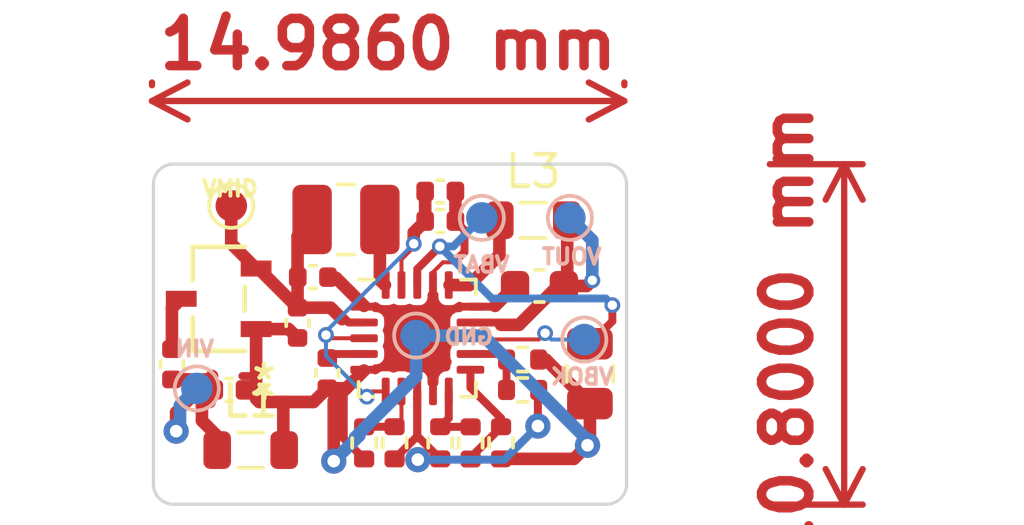
<source format=kicad_pcb>
(kicad_pcb (version 20240108) (generator "pcbnew") (generator_version "8.0")
  (layers (0 "F.Cu" signal) (31 "B.Cu" signal) (34 "B.Paste" user) (35 "F.Paste" user) (36 "B.SilkS" user "B.Silkscreen") (37 "F.SilkS" user "F.Silkscreen") (38 "B.Mask" user) (39 "F.Mask" user) (44 "Edge.Cuts" user))
  (net 0 "")
  (net 1 "GND")
  (net 2 "VSTOR")
  (net 3 "VIN")
  (net 4 "Net-(C3-Pad2)")
  (net 5 "VBAT")
  (net 6 "VMID")
  (net 7 "VOUT")
  (net 8 "Net-(U1-VREF_SAMP)")
  (net 9 "VBAT_OK")
  (net 10 "Net-(U1-LBOOST)")
  (net 11 "Net-(U1-LBUCK)")
  (net 12 "Net-(U1-VRDIV)")
  (net 13 "Net-(U1-OK_HYST)")
  (net 14 "Net-(U1-VBAT_OV)")
  (net 15 "Net-(U1-VOUT_SET)")
  (net 16 "Net-(U1-OK_PROG)")
  (footprint "Resistor_SMD:R_0402_1005Metric" (layer "F.Cu") (at 144.9578 80.6684 -90)
    (property "Reference" "R7" (hide yes))
    (property "Value" "4.3MΩ")
    (fp_line (start -0.153641 0.38) (end 0.153641 0.38) (stroke (width 0.12)) (layer "F.SilkS"))
    (fp_line (start -0.153641 -0.38) (end 0.153641 -0.38) (stroke (width 0.12)) (layer "F.SilkS"))
    (pad "1" smd roundrect (at -0.51 0 270) (size 0.54 0.64) (layers "F.Cu" "F.Paste" "F.Mask") (net 16 "Net-(U1-OK_PROG)"))
    (pad "2" smd roundrect (at 0.51 0 270) (size 0.54 0.64) (layers "F.Cu" "F.Paste" "F.Mask") (net 1 "GND"))
  )
  (footprint "Capacitor_SMD:C_0402_1005Metric" (layer "F.Cu") (at 143.03 73.6346 180)
    (property "Reference" "C1" (hide yes))
    (property "Value" "4.7uF")
    (fp_line (start -0.107836 0.36) (end 0.107836 0.36) (stroke (width 0.12)) (layer "F.SilkS"))
    (fp_line (start -0.107836 -0.36) (end 0.107836 -0.36) (stroke (width 0.12)) (layer "F.SilkS"))
    (pad "1" smd roundrect (at -0.48 0 180) (size 0.56 0.62) (layers "F.Cu" "F.Paste" "F.Mask") (net 1 "GND"))
    (pad "2" smd roundrect (at 0.48 0 180) (size 0.56 0.62) (layers "F.Cu" "F.Paste" "F.Mask") (net 2 "VSTOR"))
  )
  (footprint "Capacitor_SMD:C_0402_1005Metric" (layer "F.Cu") (at 138.9888 75.4126)
    (property "Reference" "C6" (hide yes))
    (property "Value" "4.7uF")
    (fp_line (start -0.107836 -0.36) (end 0.107836 -0.36) (stroke (width 0.12)) (layer "F.SilkS"))
    (fp_line (start -0.107836 0.36) (end 0.107836 0.36) (stroke (width 0.12)) (layer "F.SilkS"))
    (pad "1" smd roundrect (at -0.48 0) (size 0.56 0.62) (layers "F.Cu" "F.Paste" "F.Mask") (net 6 "VMID"))
    (pad "2" smd roundrect (at 0.48 0) (size 0.56 0.62) (layers "F.Cu" "F.Paste" "F.Mask") (net 1 "GND"))
  )
  (footprint "Capacitor_SMD:C_0402_1005Metric" (layer "F.Cu") (at 136.34 78.99 180)
    (property "Reference" "C9" (hide yes))
    (property "Value" "5pF")
    (fp_line (start -0.107836 0.36) (end 0.107836 0.36) (stroke (width 0.12)) (layer "F.SilkS"))
    (fp_line (start -0.107836 -0.36) (end 0.107836 -0.36) (stroke (width 0.12)) (layer "F.SilkS"))
    (pad "1" smd roundrect (at -0.48 0 180) (size 0.56 0.62) (layers "F.Cu" "F.Paste" "F.Mask") (net 1 "GND"))
    (pad "2" smd roundrect (at 0.48 0 180) (size 0.56 0.62) (layers "F.Cu" "F.Paste" "F.Mask") (net 3 "VIN"))
  )
  (footprint "Capacitor_SMD:C_0805_2012Metric" (layer "F.Cu") (at 147.7772 78.4758 -90)
    (property "Reference" "C4" (hide yes))
    (property "Value" "100uF")
    (fp_line (start -0.261252 0.735) (end 0.261252 0.735) (stroke (width 0.12)) (layer "F.SilkS"))
    (fp_line (start -0.261252 -0.735) (end 0.261252 -0.735) (stroke (width 0.12)) (layer "F.SilkS"))
    (pad "1" smd roundrect (at -0.95 0 270) (size 1 1.45) (layers "F.Cu" "F.Paste" "F.Mask") (net 5 "VBAT"))
    (pad "2" smd roundrect (at 0.95 0 270) (size 1 1.45) (layers "F.Cu" "F.Paste" "F.Mask") (net 1 "GND"))
  )
  (footprint "Inductor_SMD:L_0805_2012Metric" (layer "F.Cu") (at 145.982 73.6092)
    (property "Reference" "L3" (at 0 -1.55 0) (layer "F.SilkS"))
    (property "Value" "10uH")
    (fp_line (start -0.399622 -0.56) (end 0.399622 -0.56) (stroke (width 0.12)) (layer "F.SilkS"))
    (fp_line (start -0.399622 0.56) (end 0.399622 0.56) (stroke (width 0.12)) (layer "F.SilkS"))
    (pad "1" smd roundrect (at -1.0625 0) (size 0.875 1.2) (layers "F.Cu" "F.Paste" "F.Mask") (net 11 "Net-(U1-LBUCK)"))
    (pad "2" smd roundrect (at 1.0625 0) (size 0.875 1.2) (layers "F.Cu" "F.Paste" "F.Mask") (net 7 "VOUT"))
  )
  (footprint "Resistor_SMD:R_0402_1005Metric" (layer "F.Cu") (at 143.9926 80.6724 -90)
    (property "Reference" "R6" (hide yes))
    (property "Value" "6.8MΩ")
    (fp_line (start -0.153641 0.38) (end 0.153641 0.38) (stroke (width 0.12)) (layer "F.SilkS"))
    (fp_line (start -0.153641 -0.38) (end 0.153641 -0.38) (stroke (width 0.12)) (layer "F.SilkS"))
    (pad "1" smd roundrect (at -0.51 0 270) (size 0.54 0.64) (layers "F.Cu" "F.Paste" "F.Mask") (net 13 "Net-(U1-OK_HYST)"))
    (pad "2" smd roundrect (at 0.51 0 270) (size 0.54 0.64) (layers "F.Cu" "F.Paste" "F.Mask") (net 16 "Net-(U1-OK_PROG)"))
  )
  (footprint "Resistor_SMD:R_0402_1005Metric" (layer "F.Cu") (at 145.6416 78.0268)
    (property "Reference" "R5" (hide yes))
    (property "Value" "4.3MΩ")
    (fp_line (start -0.153641 -0.38) (end 0.153641 -0.38) (stroke (width 0.12)) (layer "F.SilkS"))
    (fp_line (start -0.153641 0.38) (end 0.153641 0.38) (stroke (width 0.12)) (layer "F.SilkS"))
    (pad "1" smd roundrect (at -0.51 0) (size 0.54 0.64) (layers "F.Cu" "F.Paste" "F.Mask") (net 15 "Net-(U1-VOUT_SET)"))
    (pad "2" smd roundrect (at 0.51 0) (size 0.54 0.64) (layers "F.Cu" "F.Paste" "F.Mask") (net 1 "GND"))
  )
  (footprint "Capacitor_SMD:C_0603_1608Metric" (layer "F.Cu") (at 146.177 75.692 180)
    (property "Reference" "C7" (hide yes))
    (property "Value" "22uF")
    (fp_line (start -0.14058 0.51) (end 0.14058 0.51) (stroke (width 0.12)) (layer "F.SilkS"))
    (fp_line (start -0.14058 -0.51) (end 0.14058 -0.51) (stroke (width 0.12)) (layer "F.SilkS"))
    (pad "1" smd roundrect (at -0.775 0 180) (size 0.9 0.95) (layers "F.Cu" "F.Paste" "F.Mask") (net 7 "VOUT"))
    (pad "2" smd roundrect (at 0.775 0 180) (size 0.9 0.95) (layers "F.Cu" "F.Paste" "F.Mask") (net 1 "GND"))
  )
  (footprint "Capacitor_SMD:C_0402_1005Metric" (layer "F.Cu") (at 134.5158 78.1782 90)
    (property "Reference" "C3" (hide yes))
    (property "Value" "10nF")
    (fp_line (start -0.107836 -0.36) (end 0.107836 -0.36) (stroke (width 0.12)) (layer "F.SilkS"))
    (fp_line (start -0.107836 0.36) (end 0.107836 0.36) (stroke (width 0.12)) (layer "F.SilkS"))
    (pad "1" smd roundrect (at -0.48 0 90) (size 0.56 0.62) (layers "F.Cu" "F.Paste" "F.Mask") (net 3 "VIN"))
    (pad "2" smd roundrect (at 0.48 0 90) (size 0.56 0.62) (layers "F.Cu" "F.Paste" "F.Mask") (net 4 "Net-(C3-Pad2)"))
  )
  (footprint "Inductor_SMD:L_0805_2012Metric" (layer "F.Cu") (at 137.015 80.9)
    (property "Reference" "L1" (at 0 -1.55 0) (layer "F.SilkS"))
    (property "Value" "1.8uH")
    (fp_line (start -0.399622 -0.56) (end 0.399622 -0.56) (stroke (width 0.12)) (layer "F.SilkS"))
    (fp_line (start -0.399622 0.56) (end 0.399622 0.56) (stroke (width 0.12)) (layer "F.SilkS"))
    (pad "1" smd roundrect (at -1.0625 0) (size 0.875 1.2) (layers "F.Cu" "F.Paste" "F.Mask") (net 3 "VIN"))
    (pad "2" smd roundrect (at 1.0625 0) (size 0.875 1.2) (layers "F.Cu" "F.Paste" "F.Mask") (net 1 "GND"))
  )
  (footprint "Package_DFN_QFN:QFN-20-1EP_3.5x3.5mm_P0.5mm_EP2x2mm" (layer "F.Cu") (at 142.2988 77.351)
    (property "Reference" "U1" (hide yes))
    (property "Value" "BQ25570")
    (fp_line (start -1.86 1.86) (end -1.86 1.385) (stroke (width 0.12)) (layer "F.SilkS"))
    (fp_line (start -1.385 -1.86) (end -1.86 -1.86) (stroke (width 0.12)) (layer "F.SilkS"))
    (fp_line (start -1.385 1.86) (end -1.86 1.86) (stroke (width 0.12)) (layer "F.SilkS"))
    (fp_line (start 1.385 -1.86) (end 1.86 -1.86) (stroke (width 0.12)) (layer "F.SilkS"))
    (fp_line (start 1.385 1.86) (end 1.86 1.86) (stroke (width 0.12)) (layer "F.SilkS"))
    (fp_line (start 1.86 -1.86) (end 1.86 -1.385) (stroke (width 0.12)) (layer "F.SilkS"))
    (fp_line (start 1.86 1.86) (end 1.86 1.385) (stroke (width 0.12)) (layer "F.SilkS"))
    (pad "1" smd roundrect (at -1.6875 -1) (size 0.875 0.25) (layers "F.Cu" "F.Paste" "F.Mask") (net 1 "GND"))
    (pad "2" smd roundrect (at -1.6875 -0.5) (size 0.875 0.25) (layers "F.Cu" "F.Paste" "F.Mask") (net 6 "VMID"))
    (pad "3" smd roundrect (at -1.6875 0) (size 0.875 0.25) (layers "F.Cu" "F.Paste" "F.Mask") (net 2 "VSTOR"))
    (pad "4" smd roundrect (at -1.6875 0.5) (size 0.875 0.25) (layers "F.Cu" "F.Paste" "F.Mask") (net 8 "Net-(U1-VREF_SAMP)"))
    (pad "5" smd roundrect (at -1.6875 1) (size 0.875 0.25) (layers "F.Cu" "F.Paste" "F.Mask") (net 1 "GND"))
    (pad "6" smd roundrect (at -1 1.6875) (size 0.25 0.875) (layers "F.Cu" "F.Paste" "F.Mask") (net 2 "VSTOR"))
    (pad "7" smd roundrect (at -0.5 1.6875) (size 0.25 0.875) (layers "F.Cu" "F.Paste" "F.Mask") (net 14 "Net-(U1-VBAT_OV)"))
    (pad "8" smd roundrect (at 0 1.6875) (size 0.25 0.875) (layers "F.Cu" "F.Paste" "F.Mask") (net 12 "Net-(U1-VRDIV)"))
    (pad "9" smd roundrect (at 0.5 1.6875) (size 0.25 0.875) (layers "F.Cu" "F.Paste" "F.Mask") (net 1 "GND"))
    (pad "10" smd roundrect (at 1 1.6875) (size 0.25 0.875) (layers "F.Cu" "F.Paste" "F.Mask") (net 13 "Net-(U1-OK_HYST)"))
    (pad "11" smd roundrect (at 1.6875 1) (size 0.875 0.25) (layers "F.Cu" "F.Paste" "F.Mask") (net 16 "Net-(U1-OK_PROG)"))
    (pad "12" smd roundrect (at 1.6875 0.5) (size 0.875 0.25) (layers "F.Cu" "F.Paste" "F.Mask") (net 15 "Net-(U1-VOUT_SET)"))
    (pad "13" smd roundrect (at 1.6875 0) (size 0.875 0.25) (layers "F.Cu" "F.Paste" "F.Mask") (net 9 "VBAT_OK"))
    (pad "14" smd roundrect (at 1.6875 -0.5) (size 0.875 0.25) (layers "F.Cu" "F.Paste" "F.Mask") (net 7 "VOUT"))
    (pad "15" smd roundrect (at 1.6875 -1) (size 0.875 0.25) (layers "F.Cu" "F.Paste" "F.Mask") (net 1 "GND"))
    (pad "16" smd roundrect (at 1 -1.6875) (size 0.25 0.875) (layers "F.Cu" "F.Paste" "F.Mask") (net 11 "Net-(U1-LBUCK)"))
    (pad "17" smd roundrect (at 0.5 -1.6875) (size 0.25 0.875) (layers "F.Cu" "F.Paste" "F.Mask") (net 1 "GND"))
    (pad "18" smd roundrect (at 0 -1.6875) (size 0.25 0.875) (layers "F.Cu" "F.Paste" "F.Mask") (net 5 "VBAT"))
    (pad "19" smd roundrect (at -0.5 -1.6875) (size 0.25 0.875) (layers "F.Cu" "F.Paste" "F.Mask") (net 2 "VSTOR"))
    (pad "20" smd roundrect (at -1 -1.6875) (size 0.25 0.875) (layers "F.Cu" "F.Paste" "F.Mask") (net 10 "Net-(U1-LBOOST)"))
    (pad "21" smd rect (at 0 0) (size 2 2) (layers "F.Cu" "F.Mask") (net 1 "GND"))
  )
  (footprint "SMS7621-005LF:SOT-23_SKY" (layer "F.Cu") (at 136 76.1 180)
    (property "Reference" "CR1" (hide yes))
    (property "Value" "SMS7630-005LF")
    (fp_line (start 0.8255 1.651) (end 0.8255 0.58674) (stroke (width 0.1524)) (layer "F.SilkS"))
    (fp_line (start 0.8255 -0.58674) (end 0.8255 -1.651) (stroke (width 0.1524)) (layer "F.SilkS"))
    (fp_line (start 0.8255 -1.651) (end -0.8255 -1.651) (stroke (width 0.1524)) (layer "F.SilkS"))
    (fp_line (start -0.8255 1.651) (end 0.8255 1.651) (stroke (width 0.1524)) (layer "F.SilkS"))
    (fp_line (start -0.8255 -0.373261) (end -0.8255 0.373261) (stroke (width 0.1524)) (layer "F.SilkS"))
    (fp_text user "*" (at -1.44145 -2.611 180) (layer "F.SilkS"))
    (fp_text user "*" (at -1.44145 -2.611 0) (layer "F.SilkS"))
    (pad "1" smd rect (at -1.18745 -0.960001 180) (size 0.9779 0.508) (layers "F.Cu" "F.Paste" "F.Mask") (net 1 "GND"))
    (pad "2" smd rect (at -1.18745 0.960001 180) (size 0.9779 0.508) (layers "F.Cu" "F.Paste" "F.Mask") (net 6 "VMID"))
    (pad "3" smd rect (at 1.18745 0 180) (size 0.9779 0.508) (layers "F.Cu" "F.Paste" "F.Mask") (net 4 "Net-(C3-Pad2)"))
  )
  (footprint "Resistor_SMD:R_0402_1005Metric" (layer "F.Cu") (at 141.5796 80.6684 90)
    (property "Reference" "R2" (hide yes))
    (property "Value" "7.5MΩ")
    (fp_line (start -0.153641 -0.38) (end 0.153641 -0.38) (stroke (width 0.12)) (layer "F.SilkS"))
    (fp_line (start -0.153641 0.38) (end 0.153641 0.38) (stroke (width 0.12)) (layer "F.SilkS"))
    (pad "1" smd roundrect (at -0.51 0 90) (size 0.54 0.64) (layers "F.Cu" "F.Paste" "F.Mask") (net 12 "Net-(U1-VRDIV)"))
    (pad "2" smd roundrect (at 0.51 0 90) (size 0.54 0.64) (layers "F.Cu" "F.Paste" "F.Mask") (net 14 "Net-(U1-VBAT_OV)"))
  )
  (footprint "Capacitor_SMD:C_0402_1005Metric" (layer "F.Cu") (at 143.03 72.6948 180)
    (property "Reference" "C2" (hide yes))
    (property "Value" "10nF")
    (fp_line (start -0.107836 0.36) (end 0.107836 0.36) (stroke (width 0.12)) (layer "F.SilkS"))
    (fp_line (start -0.107836 -0.36) (end 0.107836 -0.36) (stroke (width 0.12)) (layer "F.SilkS"))
    (pad "1" smd roundrect (at -0.48 0 180) (size 0.56 0.62) (layers "F.Cu" "F.Paste" "F.Mask") (net 1 "GND"))
    (pad "2" smd roundrect (at 0.48 0 180) (size 0.56 0.62) (layers "F.Cu" "F.Paste" "F.Mask") (net 2 "VSTOR"))
  )
  (footprint "Resistor_SMD:R_0402_1005Metric" (layer "F.Cu") (at 143.0274 80.6684 90)
    (property "Reference" "R1" (hide yes))
    (property "Value" "1MΩ")
    (fp_line (start -0.153641 -0.38) (end 0.153641 -0.38) (stroke (width 0.12)) (layer "F.SilkS"))
    (fp_line (start -0.153641 0.38) (end 0.153641 0.38) (stroke (width 0.12)) (layer "F.SilkS"))
    (pad "1" smd roundrect (at -0.51 0 90) (size 0.54 0.64) (layers "F.Cu" "F.Paste" "F.Mask") (net 12 "Net-(U1-VRDIV)"))
    (pad "2" smd roundrect (at 0.51 0 90) (size 0.54 0.64) (layers "F.Cu" "F.Paste" "F.Mask") (net 13 "Net-(U1-OK_HYST)"))
  )
  (footprint "Inductor_SMD:L_1008_2520Metric" (layer "F.Cu") (at 140.0384 73.5838 180)
    (property "Reference" "L2" (hide yes))
    (property "Value" "22uH")
    (fp_line (start -0.261252 1.11) (end 0.261252 1.11) (stroke (width 0.12)) (layer "F.SilkS"))
    (fp_line (start -0.261252 -1.11) (end 0.261252 -1.11) (stroke (width 0.12)) (layer "F.SilkS"))
    (pad "1" smd roundrect (at -1.075 0 180) (size 1.25 2.2) (layers "F.Cu" "F.Paste" "F.Mask") (roundrect_rratio 0.2) (net 10 "Net-(U1-LBOOST)"))
    (pad "2" smd roundrect (at 1.075 0 180) (size 1.25 2.2) (layers "F.Cu" "F.Paste" "F.Mask") (roundrect_rratio 0.2) (net 6 "VMID"))
  )
  (footprint "Capacitor_SMD:C_0402_1005Metric" (layer "F.Cu") (at 138.5018 76.8616 90)
    (property "Reference" "C5" (hide yes))
    (property "Value" "10nF")
    (fp_line (start -0.107836 -0.36) (end 0.107836 -0.36) (stroke (width 0.12)) (layer "F.SilkS"))
    (fp_line (start -0.107836 0.36) (end 0.107836 0.36) (stroke (width 0.12)) (layer "F.SilkS"))
    (pad "1" smd roundrect (at -0.48 0 90) (size 0.56 0.62) (layers "F.Cu" "F.Paste" "F.Mask") (net 1 "GND"))
    (pad "2" smd roundrect (at 0.48 0 90) (size 0.56 0.62) (layers "F.Cu" "F.Paste" "F.Mask") (net 6 "VMID"))
  )
  (footprint "TestPoint:TestPoint_Pad_D1.0mm" (layer "F.Cu") (at 136.4 73.15)
    (property "Reference" "J3" (hide yes))
    (property "Value" "Conn_01x01_Pin")
    (fp_circle (center 0 0) (end 0 0.7) (stroke (width 0.12)) (fill none) (layer "F.SilkS"))
    (pad "1" smd circle (at 0 0) (size 1 1) (layers "F.Cu" "F.Mask") (net 6 "VMID"))
  )
  (footprint "Resistor_SMD:R_0402_1005Metric" (layer "F.Cu") (at 140.6144 80.6704 -90)
    (property "Reference" "R4" (hide yes))
    (property "Value" "4.3MΩ")
    (fp_line (start -0.153641 0.38) (end 0.153641 0.38) (stroke (width 0.12)) (layer "F.SilkS"))
    (fp_line (start -0.153641 -0.38) (end 0.153641 -0.38) (stroke (width 0.12)) (layer "F.SilkS"))
    (pad "1" smd roundrect (at -0.51 0 270) (size 0.54 0.64) (layers "F.Cu" "F.Paste" "F.Mask") (net 14 "Net-(U1-VBAT_OV)"))
    (pad "2" smd roundrect (at 0.51 0 270) (size 0.54 0.64) (layers "F.Cu" "F.Paste" "F.Mask") (net 1 "GND"))
  )
  (footprint "Capacitor_SMD:C_0402_1005Metric" (layer "F.Cu") (at 139.446 78.458 -90)
    (property "Reference" "C8" (hide yes))
    (property "Value" "10nF")
    (fp_line (start -0.107836 0.36) (end 0.107836 0.36) (stroke (width 0.12)) (layer "F.SilkS"))
    (fp_line (start -0.107836 -0.36) (end 0.107836 -0.36) (stroke (width 0.12)) (layer "F.SilkS"))
    (pad "1" smd roundrect (at -0.48 0 270) (size 0.56 0.62) (layers "F.Cu" "F.Paste" "F.Mask") (net 8 "Net-(U1-VREF_SAMP)"))
    (pad "2" smd roundrect (at 0.48 0 270) (size 0.56 0.62) (layers "F.Cu" "F.Paste" "F.Mask") (net 1 "GND"))
  )
  (footprint "Resistor_SMD:R_0402_1005Metric" (layer "F.Cu") (at 145.6416 78.992 180)
    (property "Reference" "R3" (hide yes))
    (property "Value" "6.8MΩ")
    (fp_line (start -0.153641 0.38) (end 0.153641 0.38) (stroke (width 0.12)) (layer "F.SilkS"))
    (fp_line (start -0.153641 -0.38) (end 0.153641 -0.38) (stroke (width 0.12)) (layer "F.SilkS"))
    (pad "1" smd roundrect (at -0.51 0 180) (size 0.54 0.64) (layers "F.Cu" "F.Paste" "F.Mask") (net 12 "Net-(U1-VRDIV)"))
    (pad "2" smd roundrect (at 0.51 0 180) (size 0.54 0.64) (layers "F.Cu" "F.Paste" "F.Mask") (net 15 "Net-(U1-VOUT_SET)"))
  )
  (footprint "TestPoint:TestPoint_Pad_D1.0mm" (layer "B.Cu") (at 147.5994 77.3938 180)
    (property "Reference" "J5" (hide yes))
    (property "Value" "Conn_01x01_Pin")
    (fp_circle (center 0 0) (end 0 -0.7) (stroke (width 0.12)) (fill none) (layer "B.SilkS"))
    (pad "1" smd circle (at 0 0 180) (size 1 1) (layers "B.Cu" "B.Mask") (net 9 "VBAT_OK"))
  )
  (footprint "TestPoint:TestPoint_Pad_D1.0mm" (layer "B.Cu") (at 147.1422 73.533 180)
    (property "Reference" "J4" (hide yes))
    (property "Value" "Conn_01x01_Pin")
    (fp_circle (center 0 0) (end 0 -0.7) (stroke (width 0.12)) (fill none) (layer "B.SilkS"))
    (pad "1" smd circle (at 0 0 180) (size 1 1) (layers "B.Cu" "B.Mask") (net 7 "VOUT"))
  )
  (footprint "TestPoint:TestPoint_Pad_D1.0mm" (layer "B.Cu") (at 135.3058 78.9432 180)
    (property "Reference" "J2" (hide yes))
    (property "Value" "Conn_01x01_Pin")
    (fp_circle (center 0 0) (end 0 -0.7) (stroke (width 0.12)) (fill none) (layer "B.SilkS"))
    (pad "1" smd circle (at 0 0 180) (size 1 1) (layers "B.Cu" "B.Mask") (net 3 "VIN"))
  )
  (footprint "TestPoint:TestPoint_Pad_D1.0mm" (layer "B.Cu") (at 144.3482 73.533 180)
    (property "Reference" "J1" (hide yes))
    (property "Value" "Conn_01x01_Pin")
    (fp_circle (center 0 0) (end 0 -0.7) (stroke (width 0.12)) (fill none) (layer "B.SilkS"))
    (pad "1" smd circle (at 0 0 180) (size 1 1) (layers "B.Cu" "B.Mask") (net 5 "VBAT"))
  )
  (footprint "TestPoint:TestPoint_Pad_D1.0mm" (layer "B.Cu") (at 142.2654 77.2668 180)
    (property "Reference" "H1" (hide yes))
    (property "Value" "MountingHole_Pad")
    (fp_circle (center 0 0) (end 0 -0.7) (stroke (width 0.12)) (fill none) (layer "B.SilkS"))
    (pad "1" smd circle (at 0 0 180) (size 1 1) (layers "B.Cu" "B.Mask") (net 1 "GND"))
  )
  (gr_line (start 148.94 72.462) (end 148.94 81.978) (stroke (width 0.1)) (layer "Edge.Cuts"))
  (gr_line (start 148.305 71.827) (end 134.5636 71.827) (stroke (width 0.1)) (layer "Edge.Cuts"))
  (gr_arc (start 148.305 71.827) (mid 148.754013 72.012987) (end 148.94 72.462) (stroke (width 0.1)) (layer "Edge.Cuts"))
  (gr_line (start 148.3066 82.618) (end 134.5652 82.618) (stroke (width 0.1)) (layer "Edge.Cuts"))
  (gr_arc (start 134.5652 82.618) (mid 134.116187 82.432013) (end 133.9302 81.983) (stroke (width 0.1)) (layer "Edge.Cuts"))
  (gr_arc (start 148.9416 81.983) (mid 148.755613 82.432013) (end 148.3066 82.618) (stroke (width 0.1)) (layer "Edge.Cuts"))
  (gr_arc (start 133.9286 72.462) (mid 134.114587 72.012987) (end 134.5636 71.827) (stroke (width 0.1)) (layer "Edge.Cuts"))
  (gr_line (start 133.9286 81.978) (end 133.9286 72.462) (stroke (width 0.1)) (layer "Edge.Cuts"))
  (gr_text "VBOK" (at 148.59 78.867 0) (layer "B.SilkS") (effects (font (size 0.5 0.5) (thickness 0.125)) (justify left bottom mirror)))
  (gr_text "VIN" (at 135.9154 77.978 0) (layer "B.SilkS") (effects (font (size 0.5 0.5) (thickness 0.125)) (justify left bottom mirror)))
  (gr_text "GND" (at 144.78 77.597 0) (layer "B.SilkS") (effects (font (size 0.5 0.5) (thickness 0.125)) (justify left bottom mirror)))
  (gr_text "VOUT" (at 148.209 75.057 0) (layer "B.SilkS") (effects (font (size 0.5 0.5) (thickness 0.125)) (justify left bottom mirror)))
  (gr_text "VBAT" (at 145.288 75.311 0) (layer "B.SilkS") (effects (font (size 0.5 0.5) (thickness 0.125)) (justify left bottom mirror)))
  (gr_text "VMID" (at 135.4074 72.898 0) (layer "F.SilkS") (effects (font (size 0.5 0.5) (thickness 0.125)) (justify left bottom)))
  (dimension (type aligned) (layer "F.Cu") (pts (xy 133.8834 69.8246) (xy 148.8694 69.8246)) (height 0) (gr_text "14.9860 mm" (at 141.3764 68.0246 0) (layer "F.Cu") (effects (font (size 1.5 1.5) (thickness 0.3)))) (format (prefix "") (suffix "") (units 3) (units_format 1) (precision 4)) (style (thickness 0.2) (arrow_length 1.27) (text_position_mode 0) (extension_height 0.58642) (extension_offset 0.5) keep_text_aligned))
  (dimension (type aligned) (layer "F.Cu") (pts (xy 152.9842 71.83) (xy 152.9842 82.63)) (height -2.859503) (gr_text "10.8000 mm" (at 154.043703 77.23 90) (layer "F.Cu") (effects (font (size 1.5 1.5) (thickness 0.3)))) (format (prefix "") (suffix "") (units 3) (units_format 1) (precision 4)) (style (thickness 0.2) (arrow_length 1.27) (text_position_mode 0) (extension_height 0.58642) (extension_offset 0.5) keep_text_aligned))
  (segment (start 137.18745 77.060001) (end 137.18745 78.55) (width 0.4) (layer "F.Cu") (net 1))
  (segment (start 143.51 73.6346) (end 143.798579 73.923179) (width 0.254) (layer "F.Cu") (net 1))
  (segment (start 142.8488 77.901) (end 142.2988 77.351) (width 0.25) (layer "F.Cu") (net 1))
  (segment (start 136.75 78.55) (end 137.18745 78.55) (width 0.25) (layer "F.Cu") (net 1))
  (segment (start 139.65 79.3373) (end 139.65 81.25) (width 0.4) (layer "F.Cu") (net 1))
  (segment (start 140.0493 78.938) (end 139.65 79.3373) (width 0.4) (layer "F.Cu") (net 1))
  (segment (start 143.798579 73.923179) (end 143.798579 74.612325) (width 0.254) (layer "F.Cu") (net 1))
  (segment (start 139.9674 80.5334) (end 139.9674 79.0199) (width 0.254) (layer "F.Cu") (net 1))
  (segment (start 143.9863 76.351) (end 144.743 76.351) (width 0.254) (layer "F.Cu") (net 1))
  (segment (start 139.0114 79.3726) (end 139.446 78.938) (width 0.4) (layer "F.Cu") (net 1))
  (segment (start 142.816836 77.869036) (end 142.2988 77.351) (width 0.25) (layer "F.Cu") (net 1))
  (segment (start 137.2846 79.3726) (end 138.05 79.3726) (width 0.4) (layer "F.Cu") (net 1))
  (segment (start 146.3782 78.0268) (end 146.1516 78.0268) (width 0.4) (layer "F.Cu") (net 1))
  (segment (start 139.7253 75.438) (end 140.6113 76.324) (width 0.4) (layer "F.Cu") (net 1))
  (segment (start 137.18745 78.55) (end 137.18745 79.27545) (width 0.4) (layer "F.Cu") (net 1))
  (segment (start 140.0493 78.938) (end 140.41865 78.56865) (width 0.4) (layer "F.Cu") (net 1))
  (segment (start 144.9578 81.1784) (end 147.2692 81.1784) (width 0.4) (layer "F.Cu") (net 1))
  (segment (start 143.51 72.6948) (end 143.51 73.6346) (width 0.4) (layer "F.Cu") (net 1))
  (segment (start 137.18745 79.27545) (end 137.2846 79.3726) (width 0.4) (layer "F.Cu") (net 1))
  (segment (start 143.379226 74.941875) (end 143.115475 74.941875) (width 0.127) (layer "F.Cu") (net 1))
  (segment (start 138.05 79.3726) (end 138.05 80.4) (width 0.4) (layer "F.Cu") (net 1))
  (segment (start 139.446 78.938) (end 140.0493 78.938) (width 0.4) (layer "F.Cu") (net 1))
  (segment (start 142.7988 75.25855) (end 142.7988 75.6635) (width 0.127) (layer "F.Cu") (net 1))
  (segment (start 143.798579 74.612325) (end 143.511904 74.899) (width 0.254) (layer "F.Cu") (net 1))
  (segment (start 138.220201 77.060001) (end 138.5018 77.3416) (width 0.4) (layer "F.Cu") (net 1))
  (segment (start 137.18745 77.060001) (end 138.220201 77.060001) (width 0.4) (layer "F.Cu") (net 1))
  (segment (start 139.39 75.438) (end 139.7253 75.438) (width 0.4) (layer "F.Cu") (net 1))
  (segment (start 147.7772 79.4258) (end 147.7772 80.6704) (width 0.4) (layer "F.Cu") (net 1))
  (segment (start 145.402 75.692) (end 144.768 76.326) (width 0.4) (layer "F.Cu") (net 1))
  (segment (start 144.743 76.351) (end 144.768 76.326) (width 0.254) (layer "F.Cu") (net 1))
  (segment (start 147.7772 79.4258) (end 146.3782 78.0268) (width 0.4) (layer "F.Cu") (net 1))
  (segment (start 147.2692 81.1784) (end 147.701 80.7466) (width 0.4) (layer "F.Cu") (net 1))
  (segment (start 138.05 79.3726) (end 139.0114 79.3726) (width 0.4) (layer "F.Cu") (net 1))
  (segment (start 140.41865 78.56865) (end 140.6113 78.376) (width 0.4) (layer "F.Cu") (net 1))
  (segment (start 147.7772 80.6704) (end 147.701 80.7466) (width 0.4) (layer "F.Cu") (net 1))
  (segment (start 140.6144 81.1804) (end 139.9674 80.5334) (width 0.254) (layer "F.Cu") (net 1))
  (segment (start 139.9674 79.0199) (end 140.6113 78.376) (width 0.254) (layer "F.Cu") (net 1))
  (segment (start 143.735079 74.586022) (end 143.379226 74.941875) (width 0.127) (layer "F.Cu") (net 1))
  (segment (start 138.05 80.4) (end 138.1 80.45) (width 0.4) (layer "F.Cu") (net 1))
  (segment (start 143.115475 74.941875) (end 142.7988 75.25855) (width 0.127) (layer "F.Cu") (net 1))
  (via (at 147.701 80.7466) (size 0.8) (drill 0.4) (layers "F.Cu" "B.Cu") (net 1))
  (via (at 139.65 81.25) (size 0.8) (drill 0.4) (layers "F.Cu" "B.Cu") (net 1))
  (segment (start 142.2654 77.2668) (end 144.387371 77.2668) (width 0.4) (layer "B.Cu") (net 1))
  (segment (start 140.462535 80.437465) (end 139.65 81.25) (width 0.4) (layer "B.Cu") (net 1))
  (segment (start 144.387371 77.2668) (end 147.701 80.580429) (width 0.4) (layer "B.Cu") (net 1))
  (segment (start 142.2654 77.2668) (end 142.2654 78.559671) (width 0.4) (layer "B.Cu") (net 1))
  (segment (start 142.2654 78.559671) (end 140.462535 80.362535) (width 0.4) (layer "B.Cu") (net 1))
  (segment (start 140.462535 80.362535) (end 140.462535 80.437465) (width 0.4) (layer "B.Cu") (net 1))
  (segment (start 147.701 80.580429) (end 147.701 80.7466) (width 0.4) (layer "B.Cu") (net 1))
  (segment (start 140.462535 80.362535) (end 140.325071 80.5) (width 0.4) (layer "B.Cu") (net 1))
  (segment (start 142.1879 73.9967) (end 142.1879 74.354484) (width 0.4) (layer "F.Cu") (net 2))
  (segment (start 139.505184 77.351) (end 139.402684 77.2485) (width 0.127) (layer "F.Cu") (net 2))
  (segment (start 142.55 73.6346) (end 142.1879 73.9967) (width 0.4) (layer "F.Cu") (net 2))
  (segment (start 140.867332 79.0385) (end 140.699616 79.206216) (width 0.127) (layer "F.Cu") (net 2))
  (segment (start 140.6113 77.351) (end 139.505184 77.351) (width 0.127) (layer "F.Cu") (net 2))
  (segment (start 141.2988 79.0385) (end 140.867332 79.0385) (width 0.127) (layer "F.Cu") (net 2))
  (segment (start 142.1879 74.4605) (end 142.1879 74.354484) (width 0.127) (layer "F.Cu") (net 2))
  (segment (start 141.7988 75.6635) (end 141.7988 74.8496) (width 0.127) (layer "F.Cu") (net 2))
  (segment (start 141.7988 74.8496) (end 142.1879 74.4605) (width 0.127) (layer "F.Cu") (net 2))
  (segment (start 142.55 72.6948) (end 142.55 73.6346) (width 0.4) (layer "F.Cu") (net 2))
  (via (at 142.1879 74.354484) (size 0.5) (drill 0.3) (layers "F.Cu" "B.Cu") (net 2))
  (via (at 139.402684 77.2485) (size 0.5) (drill 0.3) (layers "F.Cu" "B.Cu") (net 2))
  (via (at 140.699616 79.206216) (size 0.5) (drill 0.3) (layers "F.Cu" "B.Cu") (net 2))
  (segment (start 139.402684 77.2485) (end 139.402684 77.1397) (width 0.127) (layer "B.Cu") (net 2))
  (segment (start 139.402684 77.1397) (end 142.1879 74.354484) (width 0.127) (layer "B.Cu") (net 2))
  (segment (start 139.402684 77.2485) (end 139.402684 77.909284) (width 0.127) (layer "B.Cu") (net 2))
  (segment (start 139.402684 77.909284) (end 140.699616 79.206216) (width 0.127) (layer "B.Cu") (net 2))
  (segment (start 135.4685 79.1315) (end 135.7096 79.3726) (width 0.4) (layer "F.Cu") (net 3))
  (segment (start 134.65 79.7) (end 135.3435 79.0065) (width 0.4) (layer "F.Cu") (net 3))
  (segment (start 134.9952 78.6582) (end 135.3435 79.0065) (width 0.4) (layer "F.Cu") (net 3))
  (segment (start 135.4685 79.1315) (end 135.4685 79.9685) (width 0.4) (layer "F.Cu") (net 3))
  (segment (start 135.4685 79.9685) (end 135.95 80.45) (width 0.4) (layer "F.Cu") (net 3))
  (segment (start 134.5158 78.6582) (end 134.9952 78.6582) (width 0.4) (layer "F.Cu") (net 3))
  (segment (start 134.65 80.3) (end 134.65 79.7) (width 0.4) (layer "F.Cu") (net 3))
  (segment (start 135.7096 79.3726) (end 135.486 79.3726) (width 0.4) (layer "F.Cu") (net 3))
  (segment (start 134.5158 78.6582) (end 135.6818 78.6582) (width 0.4) (layer "F.Cu") (net 3))
  (segment (start 135.6818 78.6582) (end 135.79 78.55) (width 0.4) (layer "F.Cu") (net 3))
  (segment (start 135.3435 79.0065) (end 135.4685 79.1315) (width 0.4) (layer "F.Cu") (net 3))
  (via (at 134.65 80.3) (size 0.8) (drill 0.4) (layers "F.Cu" "B.Cu") (net 3))
  (segment (start 134.7724 80.0862) (end 134.7724 80.1776) (width 0.4) (layer "B.Cu") (net 3))
  (segment (start 134.7724 79.4766) (end 135.3058 78.9432) (width 0.4) (layer "B.Cu") (net 3))
  (segment (start 134.7724 80.1776) (end 134.65 80.3) (width 0.4) (layer "B.Cu") (net 3))
  (segment (start 134.7724 80.0862) (end 134.7724 79.4766) (width 0.4) (layer "B.Cu") (net 3))
  (segment (start 134.5158 76.39675) (end 134.81255 76.1) (width 0.4) (layer "F.Cu") (net 4))
  (segment (start 134.5158 77.6982) (end 134.5158 76.39675) (width 0.4) (layer "F.Cu") (net 4))
  (segment (start 143.015587 74.438693) (end 142.2988 75.15548) (width 0.25) (layer "F.Cu") (net 5))
  (segment (start 148.4884 76.8146) (end 147.7772 77.5258) (width 0.25) (layer "F.Cu") (net 5))
  (segment (start 148.4884 76.3016) (end 148.4884 76.8146) (width 0.25) (layer "F.Cu") (net 5))
  (segment (start 142.2988 75.15548) (end 142.2988 75.6635) (width 0.25) (layer "F.Cu") (net 5))
  (via (at 148.4884 76.3016) (size 0.5) (drill 0.3) (layers "F.Cu" "B.Cu") (net 5))
  (via (at 143.015587 74.438693) (size 0.5) (drill 0.3) (layers "F.Cu" "B.Cu") (net 5))
  (segment (start 148.276 76.0892) (end 148.4884 76.3016) (width 0.25) (layer "B.Cu") (net 5))
  (segment (start 144.666094 76.0892) (end 148.276 76.0892) (width 0.25) (layer "B.Cu") (net 5))
  (segment (start 143.015587 74.438693) (end 144.666094 76.0892) (width 0.25) (layer "B.Cu") (net 5))
  (segment (start 143.015587 74.438693) (end 143.442507 74.438693) (width 0.25) (layer "B.Cu") (net 5))
  (segment (start 143.442507 74.438693) (end 144.3482 73.533) (width 0.25) (layer "B.Cu") (net 5))
  (segment (start 137.260199 75.139999) (end 138.5018 76.3816) (width 0.4) (layer "F.Cu") (net 6))
  (segment (start 136.398 74.350549) (end 137.18745 75.139999) (width 0.4) (layer "F.Cu") (net 6))
  (segment (start 136.398 73.6092) (end 136.398 74.350549) (width 0.4) (layer "F.Cu") (net 6))
  (segment (start 140.122964 76.851) (end 140.6113 76.851) (width 0.254) (layer "F.Cu") (net 6))
  (segment (start 138.5018 74.1172) (end 138.5018 76.3816) (width 0.4) (layer "F.Cu") (net 6))
  (segment (start 139.550326 76.3816) (end 139.915363 76.746637) (width 0.4) (layer "F.Cu") (net 6))
  (segment (start 139.653564 76.3816) (end 140.122964 76.851) (width 0.254) (layer "F.Cu") (net 6))
  (segment (start 137.18745 75.139999) (end 137.260199 75.139999) (width 0.4) (layer "F.Cu") (net 6))
  (segment (start 138.43 76.3816) (end 139.550326 76.3816) (width 0.4) (layer "F.Cu") (net 6))
  (segment (start 139.0352 73.5838) (end 138.5018 74.1172) (width 0.4) (layer "F.Cu") (net 6))
  (segment (start 138.3494 76.3816) (end 139.653564 76.3816) (width 0.254) (layer "F.Cu") (net 6))
  (segment (start 143.9863 76.851) (end 143.9883 76.853) (width 0.254) (layer "F.Cu") (net 7))
  (segment (start 146.952 75.692) (end 147.6756 75.692) (width 0.4) (layer "F.Cu") (net 7))
  (segment (start 144.8848 76.853) (end 144.9578 76.926) (width 0.254) (layer "F.Cu") (net 7))
  (segment (start 147.057 73.6092) (end 147.057 75.395884) (width 0.4) (layer "F.Cu") (net 7))
  (segment (start 145.526884 76.926) (end 144.9578 76.926) (width 0.4) (layer "F.Cu") (net 7))
  (segment (start 143.9883 76.853) (end 144.8848 76.853) (width 0.254) (layer "F.Cu") (net 7))
  (segment (start 147.6756 75.692) (end 147.8534 75.5142) (width 0.4) (layer "F.Cu") (net 7))
  (segment (start 147.057 75.395884) (end 145.526884 76.926) (width 0.4) (layer "F.Cu") (net 7))
  (via (at 147.8534 75.5142) (size 0.5) (drill 0.3) (layers "F.Cu" "B.Cu") (net 7))
  (segment (start 147.8534 75.5142) (end 147.8534 74.2442) (width 0.4) (layer "B.Cu") (net 7))
  (segment (start 147.8534 74.2442) (end 147.1422 73.533) (width 0.4) (layer "B.Cu") (net 7))
  (segment (start 139.573 77.851) (end 140.6113 77.851) (width 0.25) (layer "F.Cu") (net 8))
  (segment (start 144.0248 77.3895) (end 146.1559 77.3895) (width 0.127) (layer "F.Cu") (net 9))
  (segment (start 143.9863 77.351) (end 144.0248 77.3895) (width 0.127) (layer "F.Cu") (net 9))
  (segment (start 146.1559 77.3895) (end 146.3548 77.1906) (width 0.127) (layer "F.Cu") (net 9))
  (via (at 146.3548 77.1906) (size 0.5) (drill 0.3) (layers "F.Cu" "B.Cu") (net 9))
  (segment (start 146.558 77.3938) (end 147.5994 77.3938) (width 0.127) (layer "B.Cu") (net 9))
  (segment (start 146.3548 77.1906) (end 146.558 77.3938) (width 0.127) (layer "B.Cu") (net 9))
  (segment (start 141.1134 75.5031) (end 141.2738 75.6635) (width 0.4) (layer "F.Cu") (net 10))
  (segment (start 141.1134 73.5838) (end 141.1134 75.5031) (width 0.4) (layer "F.Cu") (net 10))
  (segment (start 144.907 74.7092) (end 143.9527 75.6635) (width 0.4) (layer "F.Cu") (net 11))
  (segment (start 143.9527 75.6635) (end 143.3238 75.6635) (width 0.4) (layer "F.Cu") (net 11))
  (segment (start 144.907 73.6092) (end 144.907 74.7092) (width 0.4) (layer "F.Cu") (net 11))
  (segment (start 142.2988 80.4498) (end 143.0274 81.1784) (width 0.254) (layer "F.Cu") (net 12))
  (segment (start 146.1262 79.0174) (end 146.1516 78.992) (width 0.254) (layer "F.Cu") (net 12))
  (segment (start 143.0274 81.1784) (end 142.3416 81.1784) (width 0.254) (layer "F.Cu") (net 12))
  (segment (start 142.2988 80.4592) (end 142.2988 79.0385) (width 0.254) (layer "F.Cu") (net 12))
  (segment (start 146.1262 80.137) (end 146.1262 79.0174) (width 0.254) (layer "F.Cu") (net 12))
  (segment (start 141.5796 81.1784) (end 142.2988 80.4592) (width 0.254) (layer "F.Cu") (net 12))
  (segment (start 142.3416 81.1784) (end 142.3162 81.2038) (width 0.254) (layer "F.Cu") (net 12))
  (segment (start 142.2988 79.0385) (end 142.2988 80.4498) (width 0.254) (layer "F.Cu") (net 12))
  (via (at 146.1262 80.137) (size 0.8) (drill 0.4) (layers "F.Cu" "B.Cu") (net 12))
  (via (at 142.3162 81.2038) (size 0.8) (drill 0.4) (layers "F.Cu" "B.Cu") (net 12))
  (segment (start 145.0594 81.2038) (end 146.1262 80.137) (width 0.254) (layer "B.Cu") (net 12))
  (segment (start 142.3162 81.2038) (end 145.0594 81.2038) (width 0.254) (layer "B.Cu") (net 12))
  (segment (start 143.9926 80.1624) (end 143.0314 80.1624) (width 0.254) (layer "F.Cu") (net 13))
  (segment (start 143.2988 79.887) (end 143.2988 79.0385) (width 0.254) (layer "F.Cu") (net 13))
  (segment (start 143.0314 80.1624) (end 143.0274 80.1584) (width 0.254) (layer "F.Cu") (net 13))
  (segment (start 143.0274 80.1584) (end 143.2988 79.887) (width 0.254) (layer "F.Cu") (net 13))
  (segment (start 140.6144 80.1604) (end 141.5776 80.1604) (width 0.254) (layer "F.Cu") (net 14))
  (segment (start 141.7988 79.0385) (end 141.7988 79.9392) (width 0.127) (layer "F.Cu") (net 14))
  (segment (start 141.5776 80.1604) (end 141.5796 80.1584) (width 0.254) (layer "F.Cu") (net 14))
  (segment (start 141.7988 79.9392) (end 141.5796 80.1584) (width 0.127) (layer "F.Cu") (net 14))
  (segment (start 143.9863 77.851) (end 144.9558 77.851) (width 0.25) (layer "F.Cu") (net 15))
  (segment (start 145.1316 78.0268) (end 145.1316 78.992) (width 0.25) (layer "F.Cu") (net 15))
  (segment (start 144.9558 77.851) (end 145.1316 78.0268) (width 0.25) (layer "F.Cu") (net 15))
  (segment (start 144.9578 79.8884) (end 143.9863 78.9169) (width 0.254) (layer "F.Cu") (net 16))
  (segment (start 143.9926 81.135766) (end 144.9578 80.170566) (width 0.254) (layer "F.Cu") (net 16))
  (segment (start 143.9863 78.9169) (end 143.9863 78.351) (width 0.254) (layer "F.Cu") (net 16))
  (segment (start 144.9578 80.170566) (end 144.9578 80.1584) (width 0.254) (layer "F.Cu") (net 16))
  (segment (start 144.9578 80.1584) (end 144.9578 79.8884) (width 0.254) (layer "F.Cu") (net 16))
  (segment (start 143.9926 81.1824) (end 143.9926 81.135766) (width 0.254) (layer "F.Cu") (net 16))
  (zone (net 1) (net_name "GND") (layer "F.Cu") (connect_pads yes (clearance 0.127)) (min_thickness 0.25) (fill yes (thermal_gap 0.5) (thermal_bridge_width 0.5))
    (polygon (pts (xy 140.843 75.8444) (xy 143.764 75.8444) (xy 143.764 78.8416) (xy 143.7132 78.8924) (xy 140.843 78.8924)))
  )
)
</source>
